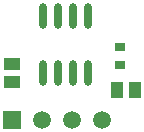
<source format=gtp>
G04 Layer_Color=8421504*
%FSLAX25Y25*%
%MOIN*%
G70*
G01*
G75*
%ADD10C,0.05906*%
%ADD11R,0.05906X0.05906*%
%ADD12R,0.04331X0.05512*%
%ADD13R,0.05512X0.04331*%
%ADD14O,0.02362X0.08661*%
%ADD15R,0.03543X0.02756*%
D10*
X169587Y444488D02*
D03*
X159587D02*
D03*
X149587D02*
D03*
D11*
X139587D02*
D03*
D12*
X174429Y454331D02*
D03*
X180335D02*
D03*
D13*
X139587Y463189D02*
D03*
Y457283D02*
D03*
D14*
X149803Y460236D02*
D03*
X154803D02*
D03*
X159803D02*
D03*
X164803D02*
D03*
X149803Y479134D02*
D03*
X154803D02*
D03*
X159803D02*
D03*
X164803D02*
D03*
D15*
X175413Y462795D02*
D03*
Y468701D02*
D03*
M02*

</source>
